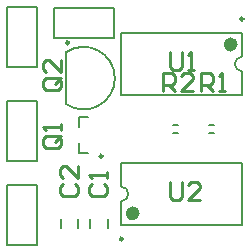
<source format=gto>
G04 Layer_Color=65535*
%FSLAX44Y44*%
%MOMM*%
G71*
G01*
G75*
%ADD21C,0.2500*%
%ADD22C,0.2000*%
%ADD23C,0.6000*%
%ADD24C,0.2540*%
D21*
X93000Y87000D02*
G03*
X93000Y87000I-1250J0D01*
G01*
X64540Y183030D02*
G03*
X64540Y183030I-1250J0D01*
G01*
X110150Y16900D02*
G03*
X110150Y16900I-1250J0D01*
G01*
X212350Y203100D02*
G03*
X212350Y203100I-1250J0D01*
G01*
D22*
X61800Y131292D02*
G03*
X61800Y174708I15200J21707D01*
G01*
X108500Y48650D02*
G03*
X108500Y61350I0J6350D01*
G01*
X211500Y171350D02*
G03*
X211500Y158650I0J-6350D01*
G01*
X183000Y113500D02*
X187000D01*
X183000Y106500D02*
X187000D01*
X153000Y106500D02*
X157000D01*
X153000Y113500D02*
X157000D01*
X51900Y187300D02*
Y212700D01*
X102700D01*
Y187300D02*
Y212700D01*
X51900Y187300D02*
X102700D01*
X73000Y90000D02*
X81000D01*
X73000D02*
Y98000D01*
Y120000D02*
X81000D01*
X73000Y112000D02*
Y120000D01*
X12300Y213100D02*
X37700D01*
Y162300D02*
Y213100D01*
X12300Y162300D02*
X37700D01*
X12300D02*
Y213100D01*
X61800Y131292D02*
Y174708D01*
X12300Y11900D02*
X37700D01*
X12300D02*
Y62700D01*
X37700D01*
Y11900D02*
Y62700D01*
X12300Y82900D02*
X37700D01*
X12300D02*
Y133700D01*
X37700D01*
Y82900D02*
Y133700D01*
X97500Y26000D02*
Y34000D01*
X82500Y26000D02*
Y34000D01*
X72500Y26000D02*
Y34000D01*
X57500Y26000D02*
Y34000D01*
X108500Y28500D02*
X211500D01*
X108500Y81500D02*
X211500D01*
X108500Y28500D02*
Y48650D01*
Y61350D02*
Y81500D01*
X211500Y28500D02*
Y81500D01*
X108500Y191500D02*
X211500D01*
X108500Y138500D02*
X211500D01*
Y171350D02*
Y191500D01*
Y138500D02*
Y158650D01*
X108500Y138500D02*
Y191500D01*
D23*
X121500Y38500D02*
G03*
X121500Y38500I-3000J0D01*
G01*
X204500Y181500D02*
G03*
X204500Y181500I-3000J0D01*
G01*
D24*
X176000Y142000D02*
Y157235D01*
X183617D01*
X186157Y154696D01*
Y149618D01*
X183617Y147078D01*
X176000D01*
X181078D02*
X186157Y142000D01*
X191235D02*
X196313D01*
X193774D01*
Y157235D01*
X191235Y154696D01*
X144000Y142000D02*
Y157235D01*
X151617D01*
X154157Y154696D01*
Y149618D01*
X151617Y147078D01*
X144000D01*
X149078D02*
X154157Y142000D01*
X169392D02*
X159235D01*
X169392Y152157D01*
Y154696D01*
X166853Y157235D01*
X161774D01*
X159235Y154696D01*
X55461Y104157D02*
X45304D01*
X42765Y101617D01*
Y96539D01*
X45304Y94000D01*
X55461D01*
X58000Y96539D01*
Y101617D01*
X52922Y99078D02*
X58000Y104157D01*
Y101617D02*
X55461Y104157D01*
X58000Y109235D02*
Y114313D01*
Y111774D01*
X42765D01*
X45304Y109235D01*
X55461Y153157D02*
X45304D01*
X42765Y150618D01*
Y145539D01*
X45304Y143000D01*
X55461D01*
X58000Y145539D01*
Y150618D01*
X52922Y148078D02*
X58000Y153157D01*
Y150618D02*
X55461Y153157D01*
X58000Y168392D02*
Y158235D01*
X47843Y168392D01*
X45304D01*
X42765Y165853D01*
Y160774D01*
X45304Y158235D01*
X84304Y63157D02*
X81765Y60617D01*
Y55539D01*
X84304Y53000D01*
X94461D01*
X97000Y55539D01*
Y60617D01*
X94461Y63157D01*
X97000Y68235D02*
Y73313D01*
Y70774D01*
X81765D01*
X84304Y68235D01*
X59304Y63157D02*
X56765Y60617D01*
Y55539D01*
X59304Y53000D01*
X69461D01*
X72000Y55539D01*
Y60617D01*
X69461Y63157D01*
X72000Y78392D02*
Y68235D01*
X61843Y78392D01*
X59304D01*
X56765Y75853D01*
Y70774D01*
X59304Y68235D01*
X150000Y65235D02*
Y52539D01*
X152539Y50000D01*
X157618D01*
X160157Y52539D01*
Y65235D01*
X175392Y50000D02*
X165235D01*
X175392Y60157D01*
Y62696D01*
X172853Y65235D01*
X167774D01*
X165235Y62696D01*
X150000Y175235D02*
Y162539D01*
X152539Y160000D01*
X157618D01*
X160157Y162539D01*
Y175235D01*
X165235Y160000D02*
X170313D01*
X167774D01*
Y175235D01*
X165235Y172696D01*
M02*

</source>
